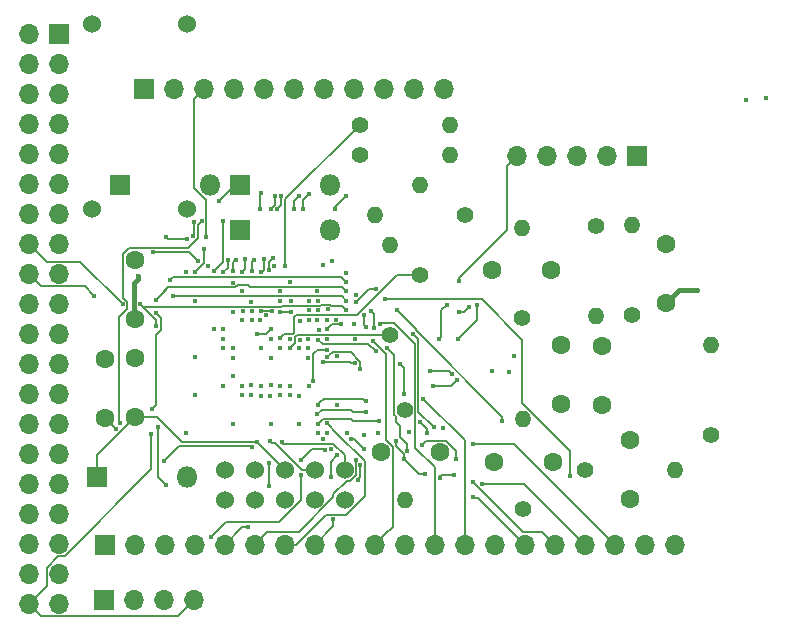
<source format=gbr>
%TF.GenerationSoftware,KiCad,Pcbnew,5.1.5+dfsg1-2build2*%
%TF.CreationDate,2021-11-19T00:53:45-06:00*%
%TF.ProjectId,Audio_Dac_I2S,41756469-6f5f-4446-9163-5f4932532e6b,rev?*%
%TF.SameCoordinates,Original*%
%TF.FileFunction,Copper,L4,Bot*%
%TF.FilePolarity,Positive*%
%FSLAX46Y46*%
G04 Gerber Fmt 4.6, Leading zero omitted, Abs format (unit mm)*
G04 Created by KiCad (PCBNEW 5.1.5+dfsg1-2build2) date 2021-11-19 00:53:45*
%MOMM*%
%LPD*%
G04 APERTURE LIST*
%TA.AperFunction,ComponentPad*%
%ADD10O,1.700000X1.700000*%
%TD*%
%TA.AperFunction,ComponentPad*%
%ADD11R,1.700000X1.700000*%
%TD*%
%TA.AperFunction,ComponentPad*%
%ADD12O,1.400000X1.400000*%
%TD*%
%TA.AperFunction,ComponentPad*%
%ADD13C,1.400000*%
%TD*%
%TA.AperFunction,ComponentPad*%
%ADD14C,1.524000*%
%TD*%
%TA.AperFunction,ComponentPad*%
%ADD15O,1.800000X1.800000*%
%TD*%
%TA.AperFunction,ComponentPad*%
%ADD16R,1.800000X1.800000*%
%TD*%
%TA.AperFunction,ComponentPad*%
%ADD17C,1.600000*%
%TD*%
%TA.AperFunction,ViaPad*%
%ADD18C,0.400000*%
%TD*%
%TA.AperFunction,Conductor*%
%ADD19C,0.400000*%
%TD*%
%TA.AperFunction,Conductor*%
%ADD20C,0.127000*%
%TD*%
G04 APERTURE END LIST*
D10*
%TO.P,PI_OUT1,4*%
%TO.N,DATA*%
X195554600Y-92349320D03*
%TO.P,PI_OUT1,3*%
%TO.N,EN*%
X193014600Y-92349320D03*
%TO.P,PI_OUT1,2*%
%TO.N,INTERR*%
X190474600Y-92349320D03*
D11*
%TO.P,PI_OUT1,1*%
%TO.N,DCLK*%
X187934600Y-92349320D03*
%TD*%
D10*
%TO.P,J2,11*%
%TO.N,GND*%
X216715340Y-49072800D03*
%TO.P,J2,10*%
%TO.N,h1*%
X214175340Y-49072800D03*
%TO.P,J2,9*%
%TO.N,j1*%
X211635340Y-49072800D03*
%TO.P,J2,8*%
%TO.N,k1*%
X209095340Y-49072800D03*
%TO.P,J2,7*%
%TO.N,l1*%
X206555340Y-49072800D03*
%TO.P,J2,6*%
%TO.N,m1*%
X204015340Y-49072800D03*
%TO.P,J2,5*%
%TO.N,n1*%
X201475340Y-49072800D03*
%TO.P,J2,4*%
%TO.N,r1*%
X198935340Y-49072800D03*
%TO.P,J2,3*%
%TO.N,p1*%
X196395340Y-49072800D03*
%TO.P,J2,2*%
%TO.N,u1*%
X193855340Y-49072800D03*
D11*
%TO.P,J2,1*%
%TO.N,GND*%
X191315340Y-49072800D03*
%TD*%
D10*
%TO.P,DBG1,5*%
%TO.N,SDATA*%
X222862140Y-54772560D03*
%TO.P,DBG1,4*%
%TO.N,LRCK*%
X225402140Y-54772560D03*
%TO.P,DBG1,3*%
%TO.N,MCLK*%
X227942140Y-54772560D03*
%TO.P,DBG1,2*%
%TO.N,Net-(C2-Pad2)*%
X230482140Y-54772560D03*
D11*
%TO.P,DBG1,1*%
%TO.N,Net-(C4-Pad2)*%
X233022140Y-54772560D03*
%TD*%
D12*
%TO.P,R13,2*%
%TO.N,Net-(C4-Pad1)*%
X239306000Y-70739000D03*
D13*
%TO.P,R13,1*%
%TO.N,Net-(C7-Pad2)*%
X239306000Y-78359000D03*
%TD*%
D12*
%TO.P,10k,2*%
%TO.N,Net-(C2-Pad1)*%
X232590000Y-60610000D03*
D13*
%TO.P,10k,1*%
%TO.N,Net-(C6-Pad1)*%
X232590000Y-68230000D03*
%TD*%
D12*
%TO.P,R11,2*%
%TO.N,Net-(C4-Pad1)*%
X236220000Y-81280000D03*
D13*
%TO.P,R11,1*%
%TO.N,GND*%
X228600000Y-81280000D03*
%TD*%
D12*
%TO.P,10k,2*%
%TO.N,GND*%
X229600000Y-68280000D03*
D13*
%TO.P,10k,1*%
%TO.N,Net-(C2-Pad1)*%
X229600000Y-60660000D03*
%TD*%
D12*
%TO.P,R9,2*%
%TO.N,GND*%
X223370000Y-76990000D03*
D13*
%TO.P,R9,1*%
%TO.N,Net-(C4-Pad2)*%
X223370000Y-84610000D03*
%TD*%
D12*
%TO.P,267k,2*%
%TO.N,Net-(C2-Pad2)*%
X223340000Y-60840000D03*
D13*
%TO.P,267k,1*%
%TO.N,GND*%
X223340000Y-68460000D03*
%TD*%
D12*
%TO.P,R7,2*%
%TO.N,V3.3*%
X214630000Y-57150000D03*
D13*
%TO.P,R7,1*%
%TO.N,Net-(IC1-PadH8)*%
X214630000Y-64770000D03*
%TD*%
D12*
%TO.P,R6,2*%
%TO.N,V3.3*%
X217170000Y-54610000D03*
D13*
%TO.P,R6,1*%
%TO.N,Net-(IC1-PadG8)*%
X209550000Y-54610000D03*
%TD*%
D12*
%TO.P,R4,2*%
%TO.N,GND*%
X210820000Y-59690000D03*
D13*
%TO.P,R4,1*%
%TO.N,tck*%
X218440000Y-59690000D03*
%TD*%
D12*
%TO.P,R3,2*%
%TO.N,GND*%
X212090000Y-62230000D03*
D13*
%TO.P,R3,1*%
%TO.N,Net-(IC1-PadG9)*%
X212090000Y-69850000D03*
%TD*%
D12*
%TO.P,R2,2*%
%TO.N,V3.3*%
X217170000Y-52070000D03*
D13*
%TO.P,R2,1*%
%TO.N,Net-(IC1-PadH9)*%
X209550000Y-52070000D03*
%TD*%
D12*
%TO.P,R1,2*%
%TO.N,GND*%
X213360000Y-83820000D03*
D13*
%TO.P,R1,1*%
%TO.N,Net-(R1-Pad1)*%
X213360000Y-76200000D03*
%TD*%
D14*
%TO.P,J14,2*%
%TO.N,GND*%
X198120000Y-83820000D03*
%TO.P,J14,9*%
%TO.N,tdi*%
X198120000Y-81280000D03*
%TO.P,J14,8*%
%TO.N,Net-(J14-Pad8)*%
X200660000Y-83820000D03*
%TO.P,J14,7*%
%TO.N,Net-(J14-Pad7)*%
X200660000Y-81280000D03*
%TO.P,J14,6*%
%TO.N,Net-(J14-Pad6)*%
X203200000Y-83820000D03*
%TO.P,J14,5*%
%TO.N,tms*%
X203200000Y-81280000D03*
%TO.P,J14,4*%
%TO.N,V3.3*%
X205740000Y-83820000D03*
%TO.P,J14,3*%
%TO.N,tdo*%
X205740000Y-81280000D03*
%TO.P,J14,2*%
%TO.N,GND*%
X208280000Y-83820000D03*
%TO.P,J14,1*%
%TO.N,tck*%
X208280000Y-81280000D03*
%TD*%
D10*
%TO.P,J3,20*%
%TO.N,e5*%
X236220000Y-87630000D03*
%TO.P,J3,19*%
%TO.N,e4*%
X233680000Y-87630000D03*
%TO.P,J3,18*%
%TO.N,d18*%
X231140000Y-87630000D03*
%TO.P,J3,17*%
%TO.N,d17*%
X228600000Y-87630000D03*
%TO.P,J3,16*%
%TO.N,d16*%
X226060000Y-87630000D03*
%TO.P,J3,15*%
%TO.N,d15*%
X223520000Y-87630000D03*
%TO.P,J3,14*%
%TO.N,d8*%
X220980000Y-87630000D03*
%TO.P,J3,13*%
%TO.N,d7*%
X218440000Y-87630000D03*
%TO.P,J3,12*%
%TO.N,d6*%
X215900000Y-87630000D03*
%TO.P,J3,11*%
%TO.N,d5*%
X213360000Y-87630000D03*
%TO.P,J3,10*%
%TO.N,d4*%
X210820000Y-87630000D03*
%TO.P,J3,9*%
%TO.N,GND*%
X208280000Y-87630000D03*
%TO.P,J3,8*%
%TO.N,c18*%
X205740000Y-87630000D03*
%TO.P,J3,7*%
%TO.N,c17*%
X203200000Y-87630000D03*
%TO.P,J3,6*%
%TO.N,c10*%
X200660000Y-87630000D03*
%TO.P,J3,5*%
%TO.N,c9*%
X198120000Y-87630000D03*
%TO.P,J3,4*%
%TO.N,c8*%
X195580000Y-87630000D03*
%TO.P,J3,3*%
%TO.N,c7*%
X193040000Y-87630000D03*
%TO.P,J3,2*%
%TO.N,c6*%
X190500000Y-87630000D03*
D11*
%TO.P,J3,1*%
%TO.N,c5*%
X187960000Y-87630000D03*
%TD*%
D10*
%TO.P,J1,40*%
%TO.N,DATA*%
X181540000Y-92660000D03*
%TO.P,J1,39*%
%TO.N,GND*%
X184080000Y-92660000D03*
%TO.P,J1,26*%
%TO.N,Net-(J1-Pad26)*%
X181540000Y-74880000D03*
%TO.P,J1,25*%
%TO.N,GND*%
X184080000Y-74880000D03*
%TO.P,J1,22*%
%TO.N,DCLK*%
X181540000Y-69800000D03*
%TO.P,J1,21*%
%TO.N,Net-(J1-Pad21)*%
X184080000Y-69800000D03*
%TO.P,J1,30*%
%TO.N,GND*%
X181540000Y-79960000D03*
%TO.P,J1,29*%
%TO.N,Net-(J1-Pad29)*%
X184080000Y-79960000D03*
%TO.P,J1,8*%
%TO.N,Net-(J1-Pad8)*%
X181540000Y-52020000D03*
%TO.P,J1,7*%
%TO.N,Net-(J1-Pad7)*%
X184080000Y-52020000D03*
%TO.P,J1,32*%
%TO.N,Net-(J1-Pad32)*%
X181540000Y-82500000D03*
%TO.P,J1,31*%
%TO.N,Net-(J1-Pad31)*%
X184080000Y-82500000D03*
%TO.P,J1,18*%
%TO.N,INTERR*%
X181540000Y-64720000D03*
%TO.P,J1,17*%
%TO.N,V3.3*%
X184080000Y-64720000D03*
%TO.P,J1,36*%
%TO.N,Net-(J1-Pad36)*%
X181540000Y-87580000D03*
%TO.P,J1,35*%
%TO.N,Net-(J1-Pad35)*%
X184080000Y-87580000D03*
%TO.P,J1,34*%
%TO.N,GND*%
X181540000Y-85040000D03*
%TO.P,J1,33*%
%TO.N,Net-(J1-Pad33)*%
X184080000Y-85040000D03*
%TO.P,J1,38*%
%TO.N,Net-(J1-Pad38)*%
X181540000Y-90120000D03*
%TO.P,J1,37*%
%TO.N,Net-(J1-Pad37)*%
X184080000Y-90120000D03*
%TO.P,J1,20*%
%TO.N,GND*%
X181540000Y-67260000D03*
%TO.P,J1,19*%
%TO.N,Net-(J1-Pad19)*%
X184080000Y-67260000D03*
%TO.P,J1,10*%
%TO.N,Net-(J1-Pad10)*%
X181540000Y-54560000D03*
%TO.P,J1,9*%
%TO.N,GND*%
X184080000Y-54560000D03*
%TO.P,J1,14*%
X181540000Y-59640000D03*
%TO.P,J1,13*%
%TO.N,Net-(J1-Pad13)*%
X184080000Y-59640000D03*
%TO.P,J1,28*%
%TO.N,Net-(J1-Pad28)*%
X181540000Y-77420000D03*
%TO.P,J1,27*%
%TO.N,Net-(J1-Pad27)*%
X184080000Y-77420000D03*
%TO.P,J1,12*%
%TO.N,Net-(J1-Pad12)*%
X181540000Y-57100000D03*
%TO.P,J1,11*%
%TO.N,Net-(J1-Pad11)*%
X184080000Y-57100000D03*
%TO.P,J1,24*%
%TO.N,Net-(J1-Pad24)*%
X181540000Y-72340000D03*
%TO.P,J1,23*%
%TO.N,Net-(J1-Pad23)*%
X184080000Y-72340000D03*
D11*
%TO.P,J1,1*%
%TO.N,Net-(J1-Pad1)*%
X184080000Y-44400000D03*
D10*
%TO.P,J1,2*%
%TO.N,5Vin*%
X181540000Y-44400000D03*
%TO.P,J1,5*%
%TO.N,Net-(J1-Pad5)*%
X184080000Y-49480000D03*
%TO.P,J1,4*%
%TO.N,Net-(J1-Pad4)*%
X181540000Y-46940000D03*
%TO.P,J1,16*%
%TO.N,EN*%
X181540000Y-62180000D03*
%TO.P,J1,15*%
%TO.N,Net-(J1-Pad15)*%
X184080000Y-62180000D03*
%TO.P,J1,3*%
%TO.N,Net-(J1-Pad3)*%
X184080000Y-46940000D03*
%TO.P,J1,6*%
%TO.N,GND*%
X181540000Y-49480000D03*
%TD*%
D15*
%TO.P,D4,2*%
%TO.N,V3.3*%
X194945000Y-81915000D03*
D16*
%TO.P,D4,1*%
%TO.N,tms*%
X187325000Y-81915000D03*
%TD*%
%TO.P,D3,1*%
%TO.N,tdi*%
X189230000Y-57150000D03*
D15*
%TO.P,D3,2*%
%TO.N,V3.3*%
X196850000Y-57150000D03*
%TD*%
%TO.P,D2,2*%
%TO.N,V3.3*%
X207010000Y-57150000D03*
D16*
%TO.P,D2,1*%
%TO.N,tdo*%
X199390000Y-57150000D03*
%TD*%
D15*
%TO.P,D1,2*%
%TO.N,V3.3*%
X207010000Y-60960000D03*
D16*
%TO.P,D1,1*%
%TO.N,tck*%
X199390000Y-60960000D03*
%TD*%
D14*
%TO.P,clk1,4*%
%TO.N,V3.3*%
X186894200Y-43587080D03*
%TO.P,clk1,3*%
%TO.N,CLK*%
X186894200Y-59187080D03*
%TO.P,clk1,2*%
%TO.N,GND*%
X194894200Y-59187080D03*
%TO.P,clk1,1*%
%TO.N,Net-(clk1-Pad1)*%
X194894200Y-43587080D03*
%TD*%
D17*
%TO.P,C10,2*%
%TO.N,GND*%
X190500000Y-71835000D03*
%TO.P,C10,1*%
%TO.N,tms*%
X190500000Y-76835000D03*
%TD*%
%TO.P,C9,2*%
%TO.N,GND*%
X187960000Y-71940000D03*
%TO.P,C9,1*%
%TO.N,tdi*%
X187960000Y-76940000D03*
%TD*%
%TO.P,C8,2*%
%TO.N,GND*%
X216353400Y-79832200D03*
%TO.P,C8,1*%
%TO.N,tdo*%
X211353400Y-79832200D03*
%TD*%
%TO.P,C7,2*%
%TO.N,Net-(C7-Pad2)*%
X232410000Y-78740000D03*
%TO.P,C7,1*%
%TO.N,GND*%
X232410000Y-83740000D03*
%TD*%
%TO.P,C6,2*%
%TO.N,GND*%
X235520000Y-62150000D03*
%TO.P,C6,1*%
%TO.N,Net-(C6-Pad1)*%
X235520000Y-67150000D03*
%TD*%
%TO.P,C5,2*%
%TO.N,5Vin*%
X230110000Y-75810000D03*
%TO.P,C5,1*%
%TO.N,GND*%
X230110000Y-70810000D03*
%TD*%
%TO.P,C4,2*%
%TO.N,Net-(C4-Pad2)*%
X220910000Y-80680000D03*
%TO.P,C4,1*%
%TO.N,Net-(C4-Pad1)*%
X225910000Y-80680000D03*
%TD*%
%TO.P,C3,2*%
%TO.N,5Vin*%
X226610000Y-75710000D03*
%TO.P,C3,1*%
%TO.N,GND*%
X226610000Y-70710000D03*
%TD*%
%TO.P,C2,2*%
%TO.N,Net-(C2-Pad2)*%
X220780000Y-64410000D03*
%TO.P,C2,1*%
%TO.N,Net-(C2-Pad1)*%
X225780000Y-64410000D03*
%TD*%
%TO.P,C1,2*%
%TO.N,GND*%
X190500000Y-63500000D03*
%TO.P,C1,1*%
%TO.N,tck*%
X190500000Y-68500000D03*
%TD*%
D18*
%TO.N,GND*%
X242252500Y-49974500D03*
X243967000Y-49847500D03*
X220789500Y-72898000D03*
X222186500Y-73025000D03*
%TO.N,Net-(IC1-PadG8)*%
X203644500Y-70231000D03*
%TO.N,DATA*%
X208419700Y-66154300D03*
%TO.N,c9*%
X206799180Y-71122540D03*
%TO.N,V3.3*%
X204528420Y-68724780D03*
X203702920Y-67906900D03*
X202824080Y-67970400D03*
X202097640Y-67886580D03*
X201198480Y-67899280D03*
X200418700Y-67891660D03*
X199636380Y-67881500D03*
%TO.N,GND*%
X195640960Y-67040760D03*
X203702920Y-66997580D03*
X205216760Y-71805800D03*
X204472540Y-70291960D03*
%TO.N,V3.3*%
X205160880Y-70271640D03*
X205211680Y-71005700D03*
X204406500Y-70998080D03*
%TO.N,GND*%
X202011280Y-77411580D03*
X207604360Y-71683880D03*
X201218800Y-71003160D03*
X202013820Y-71826120D03*
X198821040Y-77398880D03*
X208521300Y-78226920D03*
X207627220Y-75826620D03*
X204421740Y-77419200D03*
X194873880Y-64546480D03*
%TO.N,CLK*%
X199616060Y-66174620D03*
%TO.N,GND*%
X198833740Y-65463420D03*
X201155300Y-68625720D03*
%TO.N,V3.3*%
X200423780Y-68610480D03*
X199621140Y-68592700D03*
%TO.N,GND*%
X195628260Y-71777860D03*
X195600320Y-74970640D03*
X194851020Y-78183740D03*
%TO.N,V3.3*%
X199580500Y-74185780D03*
X200319640Y-74152760D03*
X200362820Y-75006200D03*
X201178160Y-75026520D03*
X202003660Y-75023980D03*
X202021440Y-74132440D03*
X202811380Y-74193400D03*
X203624180Y-74211180D03*
%TO.N,GND*%
X205229460Y-74203560D03*
%TO.N,V3.3*%
X204457300Y-75018900D03*
X203614020Y-74993500D03*
%TO.N,GND*%
X202806300Y-74996040D03*
X201236580Y-74211180D03*
X199626220Y-75006200D03*
%TO.N,V3.3*%
X198020940Y-74206100D03*
%TO.N,GND*%
X198815960Y-73398380D03*
X198826120Y-71803260D03*
%TO.N,V3.3*%
X198003160Y-69395340D03*
X198821040Y-70993000D03*
X198010780Y-70993000D03*
X198015860Y-70205600D03*
%TO.N,GND*%
X197220840Y-69400420D03*
X198861680Y-67932300D03*
X200393300Y-67073780D03*
X203621640Y-65417700D03*
X208429860Y-64617600D03*
X205960980Y-66200020D03*
X207556100Y-68592700D03*
X205232000Y-68630800D03*
X209889700Y-78359000D03*
%TO.N,d15*%
X206019400Y-75806300D03*
%TO.N,d17*%
X206019400Y-77419200D03*
%TO.N,d18*%
X206019400Y-78193900D03*
%TO.N,e5*%
X205232000Y-67792600D03*
%TO.N,e4*%
X205244700Y-66992500D03*
%TO.N,d16*%
X205968600Y-76581000D03*
%TO.N,d8*%
X206057500Y-70281800D03*
%TO.N,d7*%
X206082900Y-69430900D03*
%TO.N,d6*%
X205968600Y-68618100D03*
%TO.N,d4*%
X206019400Y-66992500D03*
%TO.N,d5*%
X206019400Y-67792600D03*
X206019400Y-67792600D03*
%TO.N,c18*%
X206806800Y-78219300D03*
%TO.N,c17*%
X206806800Y-77381100D03*
%TO.N,c10*%
X206781400Y-71793100D03*
%TO.N,c5*%
X206844900Y-67703700D03*
%TO.N,tck*%
X190805872Y-64862090D03*
X202031600Y-70205600D03*
X202984100Y-78943200D03*
%TO.N,5Vin*%
X222591500Y-71691500D03*
%TO.N,Net-(C6-Pad1)*%
X238125000Y-66040000D03*
%TO.N,tdo*%
X201623027Y-68216440D03*
X202808867Y-67021100D03*
X189230000Y-77368400D03*
X201980800Y-78867000D03*
X196187060Y-60247622D03*
X197612000Y-58541920D03*
%TO.N,tdi*%
X188928474Y-77854274D03*
X193167000Y-61569600D03*
X194945000Y-61747400D03*
X202336400Y-64084200D03*
X202819000Y-66201900D03*
%TO.N,tms*%
X200820001Y-69819599D03*
X202031600Y-69392800D03*
X200863199Y-78943199D03*
%TO.N,CLK*%
X192022672Y-62899999D03*
X195900040Y-63662560D03*
X196699687Y-64054339D03*
%TO.N,Net-(IC1-PadH9)*%
X203225400Y-64033400D03*
X202844400Y-70993000D03*
%TO.N,Net-(IC1-PadH8)*%
X202819000Y-70154800D03*
%TO.N,Net-(IC1-PadG9)*%
X203657200Y-70967600D03*
%TO.N,Net-(IC1-PadG8)*%
X209550000Y-54610000D03*
%TO.N,e5*%
X221645480Y-77144880D03*
X212722460Y-67797680D03*
%TO.N,e4*%
X227398580Y-81836260D03*
X211721700Y-66868040D03*
X210976944Y-65965804D03*
X209204560Y-67111880D03*
%TO.N,d18*%
X219184220Y-79133700D03*
X216618820Y-77782420D03*
X211123813Y-78184727D03*
%TO.N,d17*%
X219882720Y-82478880D03*
X217711020Y-80391000D03*
X214802720Y-79174340D03*
X213763860Y-78135480D03*
X211223324Y-77165736D03*
%TO.N,d16*%
X219146120Y-82349340D03*
X217545920Y-81765140D03*
X216362280Y-81998820D03*
X215079580Y-81683860D03*
X213273640Y-80416400D03*
X212623400Y-78849220D03*
X210093560Y-76387960D03*
%TO.N,d15*%
X219108020Y-83644740D03*
X215239600Y-78201520D03*
X214701120Y-77299820D03*
X210078320Y-75468480D03*
%TO.N,d8*%
X215818720Y-77718920D03*
X214045800Y-69781420D03*
X210931760Y-71285100D03*
%TO.N,d7*%
X214922100Y-75293220D03*
X213301580Y-74853800D03*
X212981540Y-72372220D03*
X209161380Y-70240500D03*
%TO.N,d6*%
X211259420Y-68990500D03*
X209080100Y-68990500D03*
%TO.N,d5*%
X213601300Y-79705200D03*
X211839076Y-70951824D03*
X210807300Y-69291200D03*
X210540600Y-67830700D03*
X207175100Y-63588900D03*
%TO.N,d4*%
X210718400Y-70383400D03*
X210083400Y-69253100D03*
X209883401Y-68209500D03*
X206413100Y-63982600D03*
%TO.N,c18*%
X207276700Y-85509100D03*
X209388100Y-82133853D03*
X209623001Y-80889500D03*
X209889700Y-79533800D03*
X208816600Y-78730499D03*
%TO.N,c10*%
X209232501Y-80441801D03*
X209597600Y-72809100D03*
%TO.N,c9*%
X200096120Y-86161880D03*
X201914760Y-82707480D03*
X201914760Y-80705960D03*
X205639598Y-73800000D03*
%TO.N,c8*%
X196938900Y-86979999D03*
X204609700Y-81749900D03*
X204609700Y-80454500D03*
X206603475Y-79591951D03*
X209118200Y-72275700D03*
X206439598Y-72200000D03*
X206768700Y-70240500D03*
%TO.N,c7*%
X207095627Y-81886327D03*
X207657700Y-80086200D03*
X206810000Y-69418200D03*
X208013763Y-68986855D03*
%TO.N,c6*%
X207124300Y-79511500D03*
X206819500Y-68592700D03*
%TO.N,c5*%
X193014600Y-80568800D03*
X200456800Y-79333700D03*
X206425800Y-78730500D03*
%TO.N,MCLK*%
X215739980Y-74173080D03*
X217789760Y-73708260D03*
X217883740Y-70197980D03*
X219499180Y-67332860D03*
%TO.N,LRCK*%
X215500000Y-72960000D03*
X217402000Y-73230740D03*
X217932000Y-67942460D03*
X218830500Y-67510660D03*
%TO.N,SDATA*%
X216270840Y-70258940D03*
X216923620Y-67310000D03*
X217937080Y-65359280D03*
%TO.N,DCLK*%
X208407000Y-65405000D03*
%TO.N,EN*%
X208432400Y-67792600D03*
X190982600Y-67284600D03*
X189484000Y-67284600D03*
X193126360Y-82550000D03*
X192501520Y-77663040D03*
X192307157Y-69096837D03*
%TO.N,INTERR*%
X208407000Y-66979800D03*
X193725800Y-66548000D03*
X187096400Y-66548000D03*
%TO.N,DATA*%
X191922400Y-78267560D03*
X192278000Y-66938500D03*
X192278000Y-68008500D03*
X191960500Y-76136500D03*
%TO.N,DCLK*%
X193497200Y-65252600D03*
%TO.N,u1*%
X195554600Y-60302140D03*
X195420383Y-61519932D03*
X196408040Y-62590680D03*
X195620000Y-64582700D03*
%TO.N,r1*%
X197238620Y-64444880D03*
X198003160Y-60251340D03*
%TO.N,p1*%
X196519800Y-61554360D03*
X198393660Y-63536355D03*
X198020000Y-64582700D03*
%TO.N,n1*%
X198866760Y-64503300D03*
X199059800Y-63541300D03*
X201114660Y-59207400D03*
X201236580Y-57878980D03*
%TO.N,m1*%
X202369420Y-58135999D03*
X202023980Y-59245500D03*
X199864980Y-63441580D03*
X199620000Y-64582700D03*
%TO.N,l1*%
X200464420Y-64508380D03*
X200616820Y-63510160D03*
X202582780Y-59260740D03*
X202928995Y-58128675D03*
%TO.N,k1*%
X204416660Y-58089800D03*
X203992480Y-59189999D03*
X201447400Y-63441580D03*
X201220000Y-64582700D03*
%TO.N,j1*%
X201896134Y-64373849D03*
X202194160Y-63413640D03*
X204744320Y-59222640D03*
X205237080Y-57965340D03*
%TO.N,h1*%
X208399380Y-58135999D03*
X207477360Y-59189999D03*
%TO.N,e5*%
X209232500Y-66484500D03*
%TD*%
D19*
%TO.N,tck*%
X190455599Y-68455599D02*
X190500000Y-68500000D01*
X190455599Y-65495205D02*
X190455599Y-68455599D01*
X190805872Y-65144932D02*
X190455599Y-65495205D01*
X190805872Y-64862090D02*
X190805872Y-65144932D01*
D20*
X207314800Y-79121000D02*
X203073000Y-79121000D01*
X208280000Y-80086200D02*
X207314800Y-79121000D01*
X208280000Y-81280000D02*
X208280000Y-80086200D01*
D19*
%TO.N,Net-(C6-Pad1)*%
X236630000Y-66040000D02*
X235520000Y-67150000D01*
X238125000Y-66040000D02*
X236630000Y-66040000D01*
D20*
%TO.N,tdo*%
X204662370Y-81280000D02*
X202376370Y-78994000D01*
X205740000Y-81280000D02*
X204662370Y-81280000D01*
X202376370Y-78994000D02*
X202107800Y-78994000D01*
X202107800Y-78994000D02*
X201980800Y-78867000D01*
X201623638Y-68216440D02*
X201623027Y-68216440D01*
X201641099Y-68233901D02*
X201623638Y-68216440D01*
X189874501Y-67097159D02*
X189874501Y-67659557D01*
X189509499Y-66732157D02*
X189874501Y-67097159D01*
X189509499Y-63024559D02*
X189509499Y-66732157D01*
X190024559Y-62509499D02*
X189509499Y-63024559D01*
X189874501Y-67659557D02*
X189153800Y-68380258D01*
X189153800Y-68380258D02*
X189153800Y-77292200D01*
X189153800Y-77292200D02*
X189230000Y-77368400D01*
X195008758Y-62509499D02*
X195846700Y-61671557D01*
X194640101Y-62509499D02*
X195008758Y-62509499D01*
X194640101Y-62509499D02*
X190024559Y-62509499D01*
X195846700Y-60587982D02*
X196187060Y-60247622D01*
X195846700Y-61671557D02*
X195846700Y-60587982D01*
X199003920Y-57150000D02*
X199390000Y-57150000D01*
X197612000Y-58541920D02*
X199003920Y-57150000D01*
%TO.N,tdi*%
X187960000Y-76940000D02*
X188642400Y-77622400D01*
X188642400Y-77622400D02*
X188696600Y-77622400D01*
X188696600Y-77622400D02*
X188976000Y-77901800D01*
X188976000Y-77901800D02*
X188928474Y-77854274D01*
X193366999Y-61769599D02*
X194922801Y-61769599D01*
X193167000Y-61569600D02*
X193366999Y-61769599D01*
X194922801Y-61769599D02*
X194945000Y-61747400D01*
%TO.N,tms*%
X187325000Y-80010000D02*
X190500000Y-76835000D01*
X187325000Y-81915000D02*
X187325000Y-80010000D01*
X200863200Y-69862798D02*
X200820001Y-69819599D01*
X192379600Y-76835000D02*
X190500000Y-76835000D01*
X194487800Y-78943200D02*
X192379600Y-76835000D01*
X200863199Y-78943199D02*
X194487800Y-78943200D01*
X201041000Y-79121000D02*
X200863199Y-78943199D01*
X203200000Y-81280000D02*
X201041000Y-79121000D01*
X201041000Y-79121000D02*
X200863200Y-78943200D01*
X200863199Y-78943199D02*
X200863199Y-78943199D01*
X201604801Y-69819599D02*
X202031600Y-69392800D01*
X200820001Y-69819599D02*
X201604801Y-69819599D01*
%TO.N,V3.3*%
X203639420Y-67970400D02*
X203702920Y-67906900D01*
X202824080Y-67970400D02*
X203639420Y-67970400D01*
X201271821Y-67825939D02*
X201198480Y-67899280D01*
X201810468Y-67825939D02*
X201271821Y-67825939D01*
X201871109Y-67886580D02*
X201810468Y-67825939D01*
X202097640Y-67886580D02*
X201871109Y-67886580D01*
%TO.N,CLK*%
X195137479Y-62899999D02*
X195900040Y-63662560D01*
X192022672Y-62899999D02*
X195137479Y-62899999D01*
%TO.N,Net-(IC1-PadH9)*%
X209550000Y-52070000D02*
X203225400Y-58394600D01*
X203225400Y-58394600D02*
X203225400Y-64033400D01*
%TO.N,Net-(IC1-PadH8)*%
X214630000Y-64770000D02*
X212725000Y-64770000D01*
X209311899Y-68183101D02*
X204155699Y-68183101D01*
X212725000Y-64770000D02*
X209311899Y-68183101D01*
X204155699Y-68183101D02*
X204012800Y-68326000D01*
X204012800Y-68326000D02*
X204012800Y-69697600D01*
X204012800Y-69697600D02*
X203911200Y-69799200D01*
X203911200Y-69799200D02*
X203174600Y-69799200D01*
X203174600Y-69799200D02*
X202819000Y-70154800D01*
%TO.N,Net-(IC1-PadG9)*%
X212090000Y-69850000D02*
X211100051Y-69850000D01*
X211100051Y-69850000D02*
X204647800Y-69850000D01*
X204647800Y-69850000D02*
X204219624Y-69850000D01*
X204219624Y-69850000D02*
X204038200Y-70031424D01*
X204038200Y-70031424D02*
X204038200Y-70586600D01*
X204038200Y-70586600D02*
X203657200Y-70967600D01*
%TO.N,e5*%
X221645480Y-76803158D02*
X214304880Y-69462558D01*
X221645480Y-77144880D02*
X221645480Y-76803158D01*
X214304880Y-69462558D02*
X214304880Y-69380100D01*
X214304880Y-69380100D02*
X212722460Y-67797680D01*
%TO.N,e4*%
X227398580Y-79700638D02*
X223329500Y-75631558D01*
X227398580Y-81836260D02*
X227398580Y-79700638D01*
X223329500Y-75631558D02*
X223329500Y-70317360D01*
X223329500Y-70317360D02*
X219880180Y-66868040D01*
X219880180Y-66868040D02*
X211721700Y-66868040D01*
X210976944Y-65965804D02*
X210350636Y-65965804D01*
X210350636Y-65965804D02*
X209204560Y-67111880D01*
%TO.N,d18*%
X231140000Y-87630000D02*
X222643700Y-79133700D01*
X222643700Y-79133700D02*
X219184220Y-79133700D01*
%TO.N,d17*%
X223448880Y-82478880D02*
X219882720Y-82478880D01*
X228600000Y-87630000D02*
X223448880Y-82478880D01*
X215135361Y-78841699D02*
X214802720Y-79174340D01*
X216828841Y-78841699D02*
X215135361Y-78841699D01*
X217711020Y-79723878D02*
X216828841Y-78841699D01*
X217711020Y-80391000D02*
X217711020Y-79723878D01*
X211223324Y-77165736D02*
X208966336Y-77165736D01*
X208791199Y-76990599D02*
X206420061Y-76990599D01*
X208966336Y-77165736D02*
X208791199Y-76990599D01*
X206420061Y-77018539D02*
X206019400Y-77419200D01*
X206420061Y-76990599D02*
X206420061Y-77018539D01*
%TO.N,d16*%
X225019499Y-86589499D02*
X223386279Y-86589499D01*
X226060000Y-87630000D02*
X225019499Y-86589499D01*
X223386279Y-86589499D02*
X219146120Y-82349340D01*
X217545920Y-81765140D02*
X216448640Y-81765140D01*
X216362280Y-81851500D02*
X216362280Y-81998820D01*
X216448640Y-81765140D02*
X216362280Y-81851500D01*
X215079580Y-81683860D02*
X214541100Y-81683860D01*
X214541100Y-81683860D02*
X213273640Y-80416400D01*
X212623400Y-79305242D02*
X212623400Y-78849220D01*
X213273640Y-79955482D02*
X212623400Y-79305242D01*
X213273640Y-80416400D02*
X213273640Y-79955482D01*
X210093560Y-76387960D02*
X209016600Y-76387960D01*
X209016600Y-76387960D02*
X208848960Y-76220320D01*
X206329280Y-76220320D02*
X205968600Y-76581000D01*
X208848960Y-76220320D02*
X206329280Y-76220320D01*
%TO.N,d15*%
X223520000Y-87630000D02*
X219544900Y-83654900D01*
X219118180Y-83654900D02*
X219108020Y-83644740D01*
X219544900Y-83654900D02*
X219118180Y-83654900D01*
X215239600Y-77838300D02*
X214701120Y-77299820D01*
X215239600Y-78201520D02*
X215239600Y-77838300D01*
X206219399Y-75606301D02*
X206019400Y-75806300D01*
X206557219Y-75268481D02*
X206219399Y-75606301D01*
X209878321Y-75268481D02*
X206557219Y-75268481D01*
X210078320Y-75468480D02*
X209878321Y-75268481D01*
%TO.N,d8*%
X214531599Y-70267219D02*
X214045800Y-69781420D01*
X214531599Y-76431799D02*
X214531599Y-70267219D01*
X215818720Y-77718920D02*
X214531599Y-76431799D01*
X210931760Y-71285100D02*
X210294220Y-70647560D01*
X206423260Y-70647560D02*
X206057500Y-70281800D01*
X210294220Y-70647560D02*
X206423260Y-70647560D01*
%TO.N,d7*%
X218440000Y-87630000D02*
X218440000Y-78811120D01*
X218440000Y-78811120D02*
X214922100Y-75293220D01*
X213301580Y-74853800D02*
X213301580Y-72692260D01*
X213301580Y-72692260D02*
X212981540Y-72372220D01*
%TO.N,d6*%
X214250501Y-70692559D02*
X212465602Y-68907660D01*
X214250501Y-79449077D02*
X214250501Y-70692559D01*
X215900000Y-81098576D02*
X214250501Y-79449077D01*
X215900000Y-87630000D02*
X215900000Y-81098576D01*
X211342260Y-68907660D02*
X211259420Y-68990500D01*
X212465602Y-68907660D02*
X211342260Y-68907660D01*
%TO.N,d5*%
X213601300Y-79705200D02*
X213601300Y-79159100D01*
X213601300Y-79159100D02*
X212966300Y-78524100D01*
X212966300Y-78524100D02*
X212966300Y-77622400D01*
X212966300Y-77622400D02*
X212623400Y-77279500D01*
X212469499Y-76627441D02*
X212469499Y-74829901D01*
X212623400Y-76781342D02*
X212469499Y-76627441D01*
X212623400Y-77279500D02*
X212623400Y-76781342D01*
X212469499Y-74829901D02*
X212471000Y-74828400D01*
X212469499Y-71582247D02*
X211839076Y-70951824D01*
X212469499Y-74829901D02*
X212469499Y-71582247D01*
X210807300Y-68097400D02*
X210540600Y-67830700D01*
X210807300Y-69291200D02*
X210807300Y-68097400D01*
%TO.N,d4*%
X209883401Y-69053101D02*
X209883401Y-68214901D01*
X210083400Y-69253100D02*
X209883401Y-69053101D01*
X209883401Y-68214901D02*
X209883401Y-68209500D01*
X211669999Y-86780001D02*
X210820000Y-87630000D01*
X212343901Y-86106099D02*
X211669999Y-86780001D01*
X212343901Y-79356759D02*
X212343901Y-86106099D01*
X211797900Y-78810758D02*
X212343901Y-79356759D01*
X211797900Y-71462900D02*
X211797900Y-78810758D01*
X211797900Y-71462900D02*
X210718400Y-70383400D01*
%TO.N,c18*%
X205740000Y-87630000D02*
X207276700Y-86093300D01*
X207276700Y-86093300D02*
X207276700Y-85509100D01*
X209588099Y-81933854D02*
X209588099Y-80962499D01*
X209388100Y-82133853D02*
X209588099Y-81933854D01*
X209623001Y-80927597D02*
X209623001Y-80889500D01*
X209588099Y-80962499D02*
X209623001Y-80927597D01*
X209086399Y-78730499D02*
X208816600Y-78730499D01*
X209889700Y-79533800D02*
X209086399Y-78730499D01*
%TO.N,c17*%
X207670400Y-78244700D02*
X206806800Y-77381100D01*
X210013502Y-80587802D02*
X207670400Y-78244700D01*
X210013502Y-83496200D02*
X210013502Y-80587802D01*
X208407002Y-85102700D02*
X210013502Y-83496200D01*
X206727358Y-85102700D02*
X208407002Y-85102700D01*
X204200058Y-87630000D02*
X206727358Y-85102700D01*
X203200000Y-87630000D02*
X204200058Y-87630000D01*
%TO.N,c10*%
X208737201Y-82232501D02*
X209232501Y-81737201D01*
X208457797Y-82232501D02*
X208737201Y-82232501D01*
X209232501Y-81737201D02*
X209232501Y-80441801D01*
X207327499Y-83362799D02*
X208457797Y-82232501D01*
X207327499Y-83642203D02*
X207327499Y-83362799D01*
X204380203Y-86589499D02*
X207327499Y-83642203D01*
X201700501Y-86589499D02*
X204380203Y-86589499D01*
X200660000Y-87630000D02*
X201700501Y-86589499D01*
X209597600Y-72177158D02*
X208781742Y-71361300D01*
X209597600Y-72809100D02*
X209597600Y-72177158D01*
X207281121Y-71293379D02*
X206981399Y-71593101D01*
X206981399Y-71593101D02*
X206781400Y-71793100D01*
X207791801Y-71293379D02*
X207281121Y-71293379D01*
X207859722Y-71361300D02*
X207791801Y-71293379D01*
X208781742Y-71361300D02*
X207859722Y-71361300D01*
%TO.N,c9*%
X199588120Y-86161880D02*
X200096120Y-86161880D01*
X198120000Y-87630000D02*
X199588120Y-86161880D01*
X201914760Y-82707480D02*
X201914760Y-80705960D01*
X201914760Y-80705960D02*
X201914760Y-80705960D01*
X205639598Y-73800000D02*
X205639598Y-71515042D01*
X206032100Y-71122540D02*
X206799180Y-71122540D01*
X205888590Y-71266050D02*
X206032100Y-71122540D01*
X205639598Y-71515042D02*
X205888590Y-71266050D01*
%TO.N,c8*%
X196938900Y-86979999D02*
X198231999Y-85686900D01*
X202742802Y-85686900D02*
X204609700Y-83820002D01*
X198231999Y-85686900D02*
X202742802Y-85686900D01*
X204609700Y-83820002D02*
X204609700Y-81749900D01*
X204609700Y-81749900D02*
X204609700Y-81749900D01*
X204609700Y-80454500D02*
X205486000Y-79578200D01*
X205486000Y-79578200D02*
X206692500Y-79578200D01*
X206678749Y-79591951D02*
X206603475Y-79591951D01*
X206692500Y-79578200D02*
X206678749Y-79591951D01*
X208835358Y-72275700D02*
X208771858Y-72212200D01*
X209118200Y-72275700D02*
X208835358Y-72275700D01*
X208771858Y-72212200D02*
X206451200Y-72212200D01*
X206439598Y-72200598D02*
X206439598Y-72200000D01*
X206451200Y-72212200D02*
X206439598Y-72200598D01*
%TO.N,c7*%
X207095627Y-81886327D02*
X207095627Y-80648273D01*
X207095627Y-80648273D02*
X207657700Y-80086200D01*
X207241345Y-68986855D02*
X206810000Y-69418200D01*
X208013763Y-68986855D02*
X207241345Y-68986855D01*
%TO.N,c5*%
X193014600Y-80568800D02*
X194284600Y-79298800D01*
X194284600Y-79298800D02*
X200456800Y-79298800D01*
X200456800Y-79298800D02*
X200456800Y-79333700D01*
%TO.N,MCLK*%
X215739980Y-74173080D02*
X217324940Y-74173080D01*
X217324940Y-74173080D02*
X217789760Y-73708260D01*
X219499180Y-68582540D02*
X219499180Y-67332860D01*
X217883740Y-70197980D02*
X219499180Y-68582540D01*
%TO.N,LRCK*%
X217131260Y-72960000D02*
X217402000Y-73230740D01*
X215500000Y-72960000D02*
X217131260Y-72960000D01*
X218398700Y-67942460D02*
X218830500Y-67510660D01*
X217932000Y-67942460D02*
X218398700Y-67942460D01*
%TO.N,SDATA*%
X216470839Y-70058941D02*
X216470839Y-67762781D01*
X216270840Y-70258940D02*
X216470839Y-70058941D01*
X216470839Y-67762781D02*
X216923620Y-67310000D01*
X217937080Y-65359280D02*
X217937080Y-65044320D01*
X222012141Y-55622559D02*
X222862140Y-54772560D01*
X222012141Y-60969259D02*
X222012141Y-55622559D01*
X217937080Y-65044320D02*
X222012141Y-60969259D01*
%TO.N,EN*%
X191109600Y-67411600D02*
X190982600Y-67284600D01*
X182389999Y-63029999D02*
X181540000Y-62180000D01*
X183039499Y-63679499D02*
X182389999Y-63029999D01*
X185878899Y-63679499D02*
X183039499Y-63679499D01*
X189484000Y-67284600D02*
X185878899Y-63679499D01*
X207032341Y-67313199D02*
X206657459Y-67313199D01*
X207130742Y-67411600D02*
X207032341Y-67313199D01*
X208432400Y-67792600D02*
X208051400Y-67411600D01*
X208051400Y-67411600D02*
X207213200Y-67411600D01*
X207213200Y-67411600D02*
X207130742Y-67411600D01*
X191182599Y-67484599D02*
X190982600Y-67284600D01*
X202923310Y-67484599D02*
X191182599Y-67484599D01*
X203005810Y-67402099D02*
X202923310Y-67484599D01*
X206187743Y-67402099D02*
X203005810Y-67402099D01*
X206276643Y-67313199D02*
X206187743Y-67402099D01*
X207032341Y-67313199D02*
X206276643Y-67313199D01*
X193126360Y-82550000D02*
X192501520Y-81925160D01*
X192501520Y-81925160D02*
X192501520Y-77663040D01*
X192307157Y-68609157D02*
X190982600Y-67284600D01*
X192307157Y-69096837D02*
X192307157Y-68609157D01*
%TO.N,INTERR*%
X208407000Y-66979800D02*
X208026000Y-66598800D01*
X208026000Y-66598800D02*
X193776600Y-66598800D01*
X193776600Y-66598800D02*
X193725800Y-66548000D01*
X182389999Y-65569999D02*
X181540000Y-64720000D01*
X182580501Y-65760501D02*
X182389999Y-65569999D01*
X186308901Y-65760501D02*
X182580501Y-65760501D01*
X187096400Y-66548000D02*
X186308901Y-65760501D01*
%TO.N,DATA*%
X182389999Y-93509999D02*
X181540000Y-92660000D01*
X182580501Y-93700501D02*
X182389999Y-93509999D01*
X194203419Y-93700501D02*
X182580501Y-93700501D01*
X195554600Y-92349320D02*
X194203419Y-93700501D01*
X184579441Y-88620501D02*
X191922400Y-81277542D01*
X184039557Y-88620501D02*
X184579441Y-88620501D01*
X183039499Y-89620559D02*
X184039557Y-88620501D01*
X183039499Y-91160501D02*
X183039499Y-89620559D01*
X181540000Y-92660000D02*
X183039499Y-91160501D01*
X191922400Y-81277542D02*
X191922400Y-78267560D01*
X192697658Y-69474424D02*
X192306842Y-69865240D01*
X192697658Y-68428158D02*
X192697658Y-69474424D01*
X192278000Y-68008500D02*
X192697658Y-68428158D01*
X192306842Y-75790158D02*
X191960500Y-76136500D01*
X192306842Y-69865240D02*
X192306842Y-75790158D01*
X193205101Y-66011399D02*
X192278000Y-66938500D01*
X200294899Y-65808201D02*
X200137559Y-65650861D01*
X200137559Y-65650861D02*
X199224241Y-65650861D01*
X208073601Y-65808201D02*
X200294899Y-65808201D01*
X208419700Y-66154300D02*
X208073601Y-65808201D01*
X192477999Y-66738501D02*
X192278000Y-66938500D01*
X199021181Y-65853921D02*
X193362579Y-65853921D01*
X193362579Y-65853921D02*
X192477999Y-66738501D01*
X199224241Y-65650861D02*
X199021181Y-65853921D01*
%TO.N,DCLK*%
X208407000Y-65405000D02*
X207975200Y-64973200D01*
X207975200Y-64973200D02*
X193776600Y-64973200D01*
X193776600Y-64973200D02*
X193497200Y-65252600D01*
%TO.N,u1*%
X195554600Y-61385715D02*
X195420383Y-61519932D01*
X195554600Y-60302140D02*
X195554600Y-61385715D01*
X196408040Y-63794660D02*
X195620000Y-64582700D01*
X196408040Y-62590680D02*
X196408040Y-63794660D01*
%TO.N,r1*%
X198003160Y-63680340D02*
X198003160Y-60251340D01*
X197238620Y-64444880D02*
X198003160Y-63680340D01*
%TO.N,p1*%
X196577561Y-61496599D02*
X196519800Y-61554360D01*
X196577561Y-60060181D02*
X196577561Y-61496599D01*
X196395340Y-49072800D02*
X195545341Y-49922799D01*
X198393660Y-64209040D02*
X198020000Y-64582700D01*
X198393660Y-63536355D02*
X198393660Y-64209040D01*
X195545341Y-57459283D02*
X195545341Y-49922799D01*
X196577561Y-58491503D02*
X195545341Y-57459283D01*
X196577561Y-60060181D02*
X196577561Y-58491503D01*
%TO.N,n1*%
X198866760Y-63734340D02*
X199059800Y-63541300D01*
X198866760Y-64503300D02*
X198866760Y-63734340D01*
X201114660Y-58000900D02*
X201236580Y-57878980D01*
X201114660Y-59207400D02*
X201114660Y-58000900D01*
%TO.N,m1*%
X202369420Y-58900060D02*
X202023980Y-59245500D01*
X202369420Y-58135999D02*
X202369420Y-58900060D01*
X199864980Y-64337720D02*
X199620000Y-64582700D01*
X199864980Y-63441580D02*
X199864980Y-64337720D01*
%TO.N,l1*%
X200464420Y-63662560D02*
X200616820Y-63510160D01*
X200464420Y-64508380D02*
X200464420Y-63662560D01*
X202928995Y-58914525D02*
X202928995Y-58128675D01*
X202582780Y-59260740D02*
X202928995Y-58914525D01*
%TO.N,k1*%
X203992480Y-58513980D02*
X203992480Y-59189999D01*
X204416660Y-58089800D02*
X203992480Y-58513980D01*
X201447400Y-64355300D02*
X201220000Y-64582700D01*
X201447400Y-63441580D02*
X201447400Y-64355300D01*
%TO.N,j1*%
X201896134Y-64373849D02*
X201896134Y-63696426D01*
X202178920Y-63413640D02*
X202194160Y-63413640D01*
X201896134Y-63696426D02*
X202178920Y-63413640D01*
X204744320Y-58458100D02*
X205237080Y-57965340D01*
X204744320Y-59222640D02*
X204744320Y-58458100D01*
%TO.N,h1*%
X207477360Y-59058019D02*
X207477360Y-59189999D01*
X208399380Y-58135999D02*
X207477360Y-59058019D01*
%TD*%
M02*

</source>
